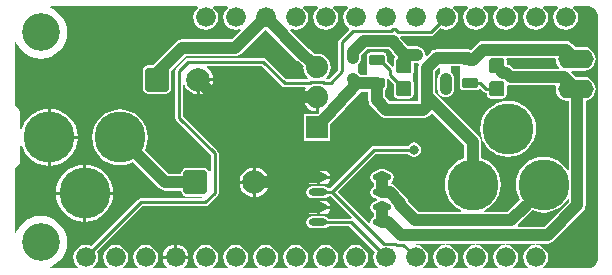
<source format=gtl>
G04 Layer_Physical_Order=1*
G04 Layer_Color=255*
%FSLAX44Y44*%
%MOMM*%
G71*
G01*
G75*
%ADD10R,1.2700X0.6350*%
%ADD11O,1.6000X0.6000*%
G04:AMPARAMS|DCode=12|XSize=1.27mm|YSize=1.27mm|CornerRadius=0.1588mm|HoleSize=0mm|Usage=FLASHONLY|Rotation=90.000|XOffset=0mm|YOffset=0mm|HoleType=Round|Shape=RoundedRectangle|*
%AMROUNDEDRECTD12*
21,1,1.2700,0.9525,0,0,90.0*
21,1,0.9525,1.2700,0,0,90.0*
1,1,0.3175,0.4763,0.4763*
1,1,0.3175,0.4763,-0.4763*
1,1,0.3175,-0.4763,-0.4763*
1,1,0.3175,-0.4763,0.4763*
%
%ADD12ROUNDEDRECTD12*%
G04:AMPARAMS|DCode=13|XSize=0.65mm|YSize=0.5mm|CornerRadius=0.05mm|HoleSize=0mm|Usage=FLASHONLY|Rotation=90.000|XOffset=0mm|YOffset=0mm|HoleType=Round|Shape=RoundedRectangle|*
%AMROUNDEDRECTD13*
21,1,0.6500,0.4000,0,0,90.0*
21,1,0.5500,0.5000,0,0,90.0*
1,1,0.1000,0.2000,0.2750*
1,1,0.1000,0.2000,-0.2750*
1,1,0.1000,-0.2000,-0.2750*
1,1,0.1000,-0.2000,0.2750*
%
%ADD13ROUNDEDRECTD13*%
G04:AMPARAMS|DCode=14|XSize=1.3mm|YSize=0.8mm|CornerRadius=0.1mm|HoleSize=0mm|Usage=FLASHONLY|Rotation=180.000|XOffset=0mm|YOffset=0mm|HoleType=Round|Shape=RoundedRectangle|*
%AMROUNDEDRECTD14*
21,1,1.3000,0.6000,0,0,180.0*
21,1,1.1000,0.8000,0,0,180.0*
1,1,0.2000,-0.5500,0.3000*
1,1,0.2000,0.5500,0.3000*
1,1,0.2000,0.5500,-0.3000*
1,1,0.2000,-0.5500,-0.3000*
%
%ADD14ROUNDEDRECTD14*%
%ADD15C,1.0000*%
%ADD16C,0.2500*%
%ADD17O,3.0000X1.6000*%
%ADD18C,1.6760*%
%ADD19C,1.6764*%
%ADD20C,3.2004*%
%ADD21C,4.3180*%
%ADD22C,2.0000*%
G04:AMPARAMS|DCode=23|XSize=2mm|YSize=2mm|CornerRadius=0.25mm|HoleSize=0mm|Usage=FLASHONLY|Rotation=0.000|XOffset=0mm|YOffset=0mm|HoleType=Round|Shape=RoundedRectangle|*
%AMROUNDEDRECTD23*
21,1,2.0000,1.5000,0,0,0.0*
21,1,1.5000,2.0000,0,0,0.0*
1,1,0.5000,0.7500,-0.7500*
1,1,0.5000,-0.7500,-0.7500*
1,1,0.5000,-0.7500,0.7500*
1,1,0.5000,0.7500,0.7500*
%
%ADD23ROUNDEDRECTD23*%
%ADD24R,1.8796X1.8796*%
%ADD25C,1.8796*%
%ADD26C,0.8000*%
G36*
X368012Y-91166D02*
X365590Y-91485D01*
X363064Y-92531D01*
X360896Y-94195D01*
X359231Y-96364D01*
X358185Y-98890D01*
X357828Y-101600D01*
X358185Y-104310D01*
X359231Y-106836D01*
X360896Y-109004D01*
X361796Y-109696D01*
X361365Y-110966D01*
X349835D01*
X349403Y-109696D01*
X350304Y-109004D01*
X351969Y-106836D01*
X353015Y-104310D01*
X353372Y-101600D01*
X353015Y-98890D01*
X351969Y-96364D01*
X350304Y-94195D01*
X348136Y-92531D01*
X345610Y-91485D01*
X343188Y-91166D01*
X343272Y-89896D01*
X367928D01*
X368012Y-91166D01*
D02*
G37*
G36*
X320413Y61858D02*
X320050Y60981D01*
X319810Y59154D01*
Y34915D01*
Y30396D01*
X295501D01*
X291508Y34388D01*
Y40293D01*
X292143Y40717D01*
X292806Y41709D01*
X293039Y42880D01*
Y48880D01*
X292986Y49147D01*
X294156Y49773D01*
X298920Y45009D01*
Y36512D01*
X299198Y35113D01*
X299991Y33926D01*
X301178Y33133D01*
X302577Y32855D01*
X312103D01*
X313502Y33133D01*
X314689Y33926D01*
X315482Y35113D01*
X315760Y36512D01*
Y46038D01*
X315482Y47437D01*
X314960Y48218D01*
Y53382D01*
X315482Y54163D01*
X315760Y55563D01*
Y62885D01*
X318484D01*
X319520Y63021D01*
X320413Y61858D01*
D02*
G37*
G36*
X354720Y50630D02*
X355056Y50293D01*
X354894Y50051D01*
X354661Y48880D01*
Y42880D01*
X354894Y41709D01*
X355557Y40717D01*
X356549Y40054D01*
X357720Y39821D01*
X368720D01*
X369891Y40054D01*
X370883Y40717D01*
X370935Y40795D01*
X372570Y40956D01*
X374594Y38932D01*
X375669Y38214D01*
X376937Y37961D01*
X377660D01*
Y36512D01*
X377938Y35113D01*
X378731Y33926D01*
X379918Y33133D01*
X381317Y32855D01*
X390843D01*
X392242Y33133D01*
X393429Y33926D01*
X394222Y35113D01*
X394500Y36512D01*
Y43740D01*
X395556Y44446D01*
X396197Y44180D01*
X398025Y43940D01*
X435092D01*
X436133Y42670D01*
X435914Y41000D01*
X436257Y38390D01*
X437265Y35957D01*
X438868Y33868D01*
X440957Y32265D01*
X443389Y31258D01*
X446000Y30914D01*
X447313D01*
Y-27623D01*
X446082Y-27932D01*
X445493Y-26831D01*
X442545Y-23239D01*
X438953Y-20291D01*
X434855Y-18100D01*
X430408Y-16752D01*
X425784Y-16296D01*
X421159Y-16752D01*
X416713Y-18100D01*
X412615Y-20291D01*
X409022Y-23239D01*
X406074Y-26831D01*
X403884Y-30929D01*
X402535Y-35376D01*
X402080Y-40000D01*
X402535Y-44625D01*
X403884Y-49071D01*
X405771Y-52602D01*
X405553Y-52769D01*
X395246Y-63076D01*
X376048D01*
X375677Y-62585D01*
X375950Y-61345D01*
X379009Y-59710D01*
X382601Y-56761D01*
X385549Y-53169D01*
X387740Y-49071D01*
X389089Y-44625D01*
X389544Y-40000D01*
X389089Y-35376D01*
X387740Y-30929D01*
X385549Y-26831D01*
X382601Y-23239D01*
X379009Y-20291D01*
X374911Y-18100D01*
X372900Y-17490D01*
Y-4055D01*
X372660Y-2228D01*
X371954Y-525D01*
X370832Y938D01*
X333930Y37839D01*
Y56230D01*
X337130Y59429D01*
X338400Y58903D01*
Y54790D01*
X337908Y54412D01*
X336786Y52950D01*
X336080Y51247D01*
X335840Y49420D01*
Y41000D01*
X336080Y39173D01*
X336786Y37470D01*
X337908Y36008D01*
X339370Y34886D01*
X341073Y34180D01*
X342900Y33940D01*
X344727Y34180D01*
X346430Y34886D01*
X347892Y36008D01*
X349015Y37470D01*
X349720Y39173D01*
X349960Y41000D01*
Y49420D01*
X349720Y51247D01*
X349015Y52950D01*
X347892Y54412D01*
X347400Y54790D01*
Y60360D01*
X354720D01*
Y50630D01*
D02*
G37*
G36*
X447313Y-52377D02*
Y-54702D01*
X426240Y-75776D01*
X404312D01*
X403786Y-74506D01*
X415538Y-62754D01*
X416344Y-61703D01*
X416713Y-61900D01*
X421159Y-63249D01*
X425784Y-63704D01*
X430408Y-63249D01*
X434855Y-61900D01*
X438953Y-59710D01*
X442545Y-56761D01*
X445493Y-53169D01*
X446082Y-52069D01*
X447313Y-52377D01*
D02*
G37*
G36*
X418812Y-91166D02*
X416390Y-91485D01*
X413864Y-92531D01*
X411696Y-94195D01*
X410031Y-96364D01*
X408985Y-98890D01*
X408628Y-101600D01*
X408985Y-104310D01*
X410031Y-106836D01*
X411696Y-109004D01*
X412597Y-109696D01*
X412165Y-110966D01*
X400635D01*
X400204Y-109696D01*
X401105Y-109004D01*
X402769Y-106836D01*
X403815Y-104310D01*
X404172Y-101600D01*
X403815Y-98890D01*
X402769Y-96364D01*
X401105Y-94195D01*
X398936Y-92531D01*
X396410Y-91485D01*
X393988Y-91166D01*
X394072Y-89896D01*
X418728D01*
X418812Y-91166D01*
D02*
G37*
G36*
X393412D02*
X390990Y-91485D01*
X388464Y-92531D01*
X386296Y-94195D01*
X384631Y-96364D01*
X383585Y-98890D01*
X383228Y-101600D01*
X383585Y-104310D01*
X384631Y-106836D01*
X386296Y-109004D01*
X387197Y-109696D01*
X386765Y-110966D01*
X375235D01*
X374804Y-109696D01*
X375704Y-109004D01*
X377369Y-106836D01*
X378415Y-104310D01*
X378772Y-101600D01*
X378415Y-98890D01*
X377369Y-96364D01*
X375704Y-94195D01*
X373536Y-92531D01*
X371010Y-91485D01*
X368588Y-91166D01*
X368672Y-89896D01*
X393328D01*
X393412Y-91166D01*
D02*
G37*
G36*
X204323Y43657D02*
X205398Y42939D01*
X206666Y42686D01*
X224017D01*
X224643Y41416D01*
X223572Y40020D01*
X222369Y37116D01*
X222126Y35270D01*
X234000D01*
Y34000D01*
X235270D01*
Y21740D01*
X235671Y20977D01*
X234786Y19998D01*
X222602D01*
Y-2798D01*
X245398D01*
Y10680D01*
X270835Y38820D01*
X277388D01*
Y31464D01*
X277628Y29637D01*
X278333Y27934D01*
X279456Y26472D01*
X287584Y18343D01*
X289046Y17221D01*
X290749Y16516D01*
X292576Y16276D01*
X323563D01*
X325390Y16516D01*
X327093Y17221D01*
X328555Y18343D01*
X331006Y20794D01*
X358779Y-6979D01*
Y-17490D01*
X356769Y-18100D01*
X352671Y-20291D01*
X349078Y-23239D01*
X346130Y-26831D01*
X343940Y-30929D01*
X342591Y-35376D01*
X342136Y-40000D01*
X342591Y-44625D01*
X343940Y-49071D01*
X346130Y-53169D01*
X349078Y-56761D01*
X352671Y-59710D01*
X355730Y-61345D01*
X356002Y-62585D01*
X355631Y-63076D01*
X320061D01*
X310889Y-53904D01*
X310820Y-53381D01*
X310115Y-51678D01*
X308993Y-50216D01*
X300435Y-41658D01*
X298972Y-40536D01*
X297270Y-39830D01*
X296399Y-39716D01*
X296306Y-38423D01*
X297605Y-37555D01*
X298710Y-35901D01*
X299098Y-33950D01*
X298710Y-31999D01*
X297605Y-30345D01*
X295951Y-29240D01*
X294000Y-28852D01*
X293855D01*
X292530Y-27836D01*
X290828Y-27130D01*
X289000Y-26890D01*
X287173Y-27130D01*
X285470Y-27836D01*
X284145Y-28852D01*
X284000D01*
X282049Y-29240D01*
X280395Y-30345D01*
X279290Y-31999D01*
X278902Y-33950D01*
X279290Y-35901D01*
X280395Y-37555D01*
X281940Y-38587D01*
Y-42013D01*
X280395Y-43045D01*
X279290Y-44699D01*
X278902Y-46650D01*
X279290Y-48601D01*
X280395Y-50255D01*
X282049Y-51360D01*
X284000Y-51748D01*
X284145D01*
X284752Y-52213D01*
Y-53233D01*
X284000Y-54252D01*
X282049Y-54640D01*
X280395Y-55745D01*
X279290Y-57399D01*
X278902Y-59350D01*
X279290Y-61301D01*
X280395Y-62955D01*
X281940Y-63987D01*
Y-67413D01*
X280395Y-68445D01*
X279290Y-70099D01*
X278902Y-72050D01*
X278909Y-72085D01*
X277739Y-72710D01*
X251102Y-46074D01*
X283438Y-13738D01*
X311196D01*
X311872Y-14750D01*
X313857Y-16076D01*
X316198Y-16542D01*
X318539Y-16076D01*
X320524Y-14750D01*
X321850Y-12766D01*
X322315Y-10424D01*
X321850Y-8083D01*
X320524Y-6099D01*
X318539Y-4773D01*
X316198Y-4307D01*
X313857Y-4773D01*
X311872Y-6099D01*
X311196Y-7111D01*
X282066D01*
X280798Y-7363D01*
X279723Y-8081D01*
X244975Y-42829D01*
X243400Y-42908D01*
X241951Y-41940D01*
X240000Y-41552D01*
X230000D01*
X228049Y-41940D01*
X226395Y-43045D01*
X225290Y-44699D01*
X224902Y-46650D01*
X225290Y-48601D01*
X226395Y-50255D01*
X228049Y-51360D01*
X230000Y-51748D01*
X240000D01*
X241951Y-51360D01*
X243605Y-50255D01*
X243799Y-49964D01*
X245620D01*
X263233Y-67578D01*
X262608Y-68748D01*
X262550Y-68737D01*
X243799D01*
X243605Y-68445D01*
X241951Y-67340D01*
X240000Y-66952D01*
X230000D01*
X228049Y-67340D01*
X226395Y-68445D01*
X225290Y-70099D01*
X224902Y-72050D01*
X225290Y-74001D01*
X226395Y-75655D01*
X228049Y-76760D01*
X230000Y-77148D01*
X240000D01*
X241951Y-76760D01*
X243605Y-75655D01*
X243799Y-75364D01*
X261178D01*
X282781Y-96968D01*
X281985Y-98890D01*
X281628Y-101600D01*
X281985Y-104310D01*
X283031Y-106836D01*
X284695Y-109004D01*
X285597Y-109696D01*
X285165Y-110966D01*
X273635D01*
X273204Y-109696D01*
X274104Y-109004D01*
X275769Y-106836D01*
X276815Y-104310D01*
X277172Y-101600D01*
X276815Y-98890D01*
X275769Y-96364D01*
X274104Y-94195D01*
X271936Y-92531D01*
X269410Y-91485D01*
X266700Y-91128D01*
X263990Y-91485D01*
X261464Y-92531D01*
X259296Y-94195D01*
X257631Y-96364D01*
X256585Y-98890D01*
X256228Y-101600D01*
X256585Y-104310D01*
X257631Y-106836D01*
X259296Y-109004D01*
X260196Y-109696D01*
X259765Y-110966D01*
X248235D01*
X247803Y-109696D01*
X248704Y-109004D01*
X250369Y-106836D01*
X251415Y-104310D01*
X251772Y-101600D01*
X251415Y-98890D01*
X250369Y-96364D01*
X248704Y-94195D01*
X246536Y-92531D01*
X244010Y-91485D01*
X241300Y-91128D01*
X238590Y-91485D01*
X236064Y-92531D01*
X233895Y-94195D01*
X232231Y-96364D01*
X231185Y-98890D01*
X230828Y-101600D01*
X231185Y-104310D01*
X232231Y-106836D01*
X233895Y-109004D01*
X234797Y-109696D01*
X234365Y-110966D01*
X222835D01*
X222404Y-109696D01*
X223305Y-109004D01*
X224969Y-106836D01*
X226015Y-104310D01*
X226372Y-101600D01*
X226015Y-98890D01*
X224969Y-96364D01*
X223305Y-94195D01*
X221136Y-92531D01*
X218610Y-91485D01*
X215900Y-91128D01*
X213190Y-91485D01*
X210664Y-92531D01*
X208496Y-94195D01*
X206831Y-96364D01*
X205785Y-98890D01*
X205428Y-101600D01*
X205785Y-104310D01*
X206831Y-106836D01*
X208496Y-109004D01*
X209396Y-109696D01*
X208965Y-110966D01*
X197435D01*
X197003Y-109696D01*
X197904Y-109004D01*
X199569Y-106836D01*
X200615Y-104310D01*
X200972Y-101600D01*
X200615Y-98890D01*
X199569Y-96364D01*
X197904Y-94195D01*
X195736Y-92531D01*
X193210Y-91485D01*
X190500Y-91128D01*
X187790Y-91485D01*
X185264Y-92531D01*
X183095Y-94195D01*
X181431Y-96364D01*
X180385Y-98890D01*
X180028Y-101600D01*
X180385Y-104310D01*
X181431Y-106836D01*
X183095Y-109004D01*
X183997Y-109696D01*
X183565Y-110966D01*
X172035D01*
X171604Y-109696D01*
X172505Y-109004D01*
X174169Y-106836D01*
X175215Y-104310D01*
X175572Y-101600D01*
X175215Y-98890D01*
X174169Y-96364D01*
X172505Y-94195D01*
X170336Y-92531D01*
X167810Y-91485D01*
X165100Y-91128D01*
X162390Y-91485D01*
X159864Y-92531D01*
X157696Y-94195D01*
X156031Y-96364D01*
X154985Y-98890D01*
X154628Y-101600D01*
X154985Y-104310D01*
X156031Y-106836D01*
X157696Y-109004D01*
X158596Y-109696D01*
X158165Y-110966D01*
X146635D01*
X146203Y-109696D01*
X147105Y-109004D01*
X148769Y-106836D01*
X149815Y-104310D01*
X150172Y-101600D01*
X149815Y-98890D01*
X148769Y-96364D01*
X147105Y-94195D01*
X144936Y-92531D01*
X142410Y-91485D01*
X139700Y-91128D01*
X136990Y-91485D01*
X134464Y-92531D01*
X132296Y-94195D01*
X130631Y-96364D01*
X129585Y-98890D01*
X129228Y-101600D01*
X129585Y-104310D01*
X130631Y-106836D01*
X132296Y-109004D01*
X133196Y-109696D01*
X132765Y-110966D01*
X122011D01*
X121603Y-109763D01*
X122090Y-109390D01*
X123840Y-107108D01*
X124941Y-104451D01*
X125149Y-102870D01*
X114300D01*
X103451D01*
X103659Y-104451D01*
X104760Y-107108D01*
X106510Y-109390D01*
X106997Y-109763D01*
X106589Y-110966D01*
X95835D01*
X95403Y-109696D01*
X96305Y-109004D01*
X97969Y-106836D01*
X99015Y-104310D01*
X99372Y-101600D01*
X99015Y-98890D01*
X97969Y-96364D01*
X96305Y-94195D01*
X94136Y-92531D01*
X91610Y-91485D01*
X88900Y-91128D01*
X86190Y-91485D01*
X83664Y-92531D01*
X81496Y-94195D01*
X79831Y-96364D01*
X78785Y-98890D01*
X78428Y-101600D01*
X78785Y-104310D01*
X79831Y-106836D01*
X81496Y-109004D01*
X82396Y-109696D01*
X81965Y-110966D01*
X70435D01*
X70003Y-109696D01*
X70904Y-109004D01*
X72569Y-106836D01*
X73615Y-104310D01*
X73972Y-101600D01*
X73615Y-98890D01*
X72569Y-96364D01*
X70904Y-94195D01*
X68736Y-92531D01*
X66210Y-91485D01*
X63500Y-91128D01*
X60790Y-91485D01*
X58264Y-92531D01*
X56095Y-94195D01*
X54431Y-96364D01*
X53385Y-98890D01*
X53028Y-101600D01*
X53385Y-104310D01*
X54431Y-106836D01*
X56095Y-109004D01*
X56996Y-109696D01*
X56565Y-110966D01*
X45035D01*
X44604Y-109696D01*
X45504Y-109004D01*
X47169Y-106836D01*
X48215Y-104310D01*
X48572Y-101600D01*
X48215Y-98890D01*
X47419Y-96968D01*
X86073Y-58314D01*
X139564D01*
X140832Y-58061D01*
X141907Y-57343D01*
X149643Y-49607D01*
X150361Y-48532D01*
X150613Y-47264D01*
Y-13506D01*
X150361Y-12238D01*
X149643Y-11163D01*
X120618Y17862D01*
Y44012D01*
X121888Y44265D01*
X122546Y42676D01*
X124556Y40057D01*
X127176Y38047D01*
X130226Y36783D01*
X132230Y36519D01*
Y49000D01*
X133500D01*
Y50270D01*
X145981D01*
X145717Y52274D01*
X144453Y55324D01*
X142444Y57944D01*
X140524Y59416D01*
X140955Y60686D01*
X187293D01*
X204323Y43657D01*
D02*
G37*
G36*
X158596Y109696D02*
X157696Y109004D01*
X156031Y106836D01*
X154985Y104310D01*
X154628Y101600D01*
X154985Y98890D01*
X156031Y96364D01*
X157696Y94195D01*
X159864Y92531D01*
X162390Y91485D01*
X165100Y91128D01*
X167810Y91485D01*
X169166Y92047D01*
X169885Y90970D01*
X161889Y82974D01*
X119914D01*
X118087Y82734D01*
X116384Y82029D01*
X114922Y80906D01*
X95103Y61088D01*
X91000D01*
X89244Y60739D01*
X87756Y59745D01*
X86761Y58256D01*
X86412Y56500D01*
Y41500D01*
X86761Y39744D01*
X87756Y38256D01*
X89244Y37261D01*
X91000Y36912D01*
X106000D01*
X107756Y37261D01*
X109244Y38256D01*
X110239Y39744D01*
X110588Y41500D01*
Y56500D01*
X110571Y56586D01*
X122838Y68854D01*
X164814D01*
X166641Y69094D01*
X168344Y69799D01*
X169806Y70922D01*
X190070Y91185D01*
X190500Y91128D01*
X190930Y91185D01*
X217450Y64665D01*
X217617Y64537D01*
X217755Y64377D01*
X222594Y60083D01*
X222504Y59400D01*
X222895Y56424D01*
X224044Y53652D01*
X225871Y51271D01*
X226650Y50673D01*
X226694Y50435D01*
X226135Y49314D01*
X208039D01*
X191009Y66343D01*
X189934Y67061D01*
X188666Y67314D01*
X124706D01*
X123438Y67061D01*
X122363Y66343D01*
X114961Y58941D01*
X114243Y57866D01*
X113991Y56598D01*
Y16490D01*
X114243Y15222D01*
X114961Y14147D01*
X143986Y-14878D01*
Y-28504D01*
X142739Y-28744D01*
X141744Y-27256D01*
X140256Y-26261D01*
X138500Y-25912D01*
X123500D01*
X121744Y-26261D01*
X120256Y-27256D01*
X119261Y-28744D01*
X118912Y-30500D01*
Y-30940D01*
X108085D01*
X88069Y-10924D01*
X89060Y-9071D01*
X90409Y-4624D01*
X90864Y0D01*
X90409Y4624D01*
X89060Y9071D01*
X86869Y13169D01*
X83921Y16761D01*
X80330Y19709D01*
X76231Y21900D01*
X71785Y23249D01*
X67160Y23704D01*
X62536Y23249D01*
X58089Y21900D01*
X53991Y19709D01*
X50399Y16761D01*
X47451Y13169D01*
X45260Y9071D01*
X43911Y4624D01*
X43456Y0D01*
X43911Y-4624D01*
X45260Y-9071D01*
X47451Y-13169D01*
X50399Y-16761D01*
X53991Y-19709D01*
X58089Y-21900D01*
X62536Y-23249D01*
X67160Y-23704D01*
X71785Y-23249D01*
X76231Y-21900D01*
X78085Y-20909D01*
X100168Y-42992D01*
X101630Y-44114D01*
X103333Y-44820D01*
X105160Y-45060D01*
X118912D01*
Y-45500D01*
X119261Y-47256D01*
X120256Y-48744D01*
X121744Y-49739D01*
X123500Y-50088D01*
X136830D01*
X137514Y-51358D01*
X137298Y-51686D01*
X84700D01*
X83432Y-51939D01*
X82357Y-52657D01*
X42732Y-92281D01*
X40810Y-91485D01*
X38100Y-91128D01*
X35390Y-91485D01*
X32864Y-92531D01*
X30696Y-94195D01*
X29031Y-96364D01*
X27985Y-98890D01*
X27628Y-101600D01*
X27985Y-104310D01*
X29031Y-106836D01*
X30696Y-109004D01*
X31597Y-109696D01*
X31165Y-110966D01*
X8523D01*
X8335Y-109696D01*
X8583Y-109621D01*
X12460Y-107548D01*
X15859Y-104759D01*
X18648Y-101360D01*
X20721Y-97483D01*
X21997Y-93275D01*
X22428Y-88900D01*
X21997Y-84524D01*
X20721Y-80317D01*
X18648Y-76440D01*
X15859Y-73041D01*
X12460Y-70252D01*
X8583Y-68179D01*
X4376Y-66903D01*
X0Y-66472D01*
X-4376Y-66903D01*
X-8583Y-68179D01*
X-12460Y-70252D01*
X-15859Y-73041D01*
X-18648Y-76440D01*
X-20721Y-80317D01*
X-20794Y-80558D01*
X-22064Y-80370D01*
Y-26684D01*
X-18042Y-22662D01*
X-18042Y-22662D01*
X-17320Y-21581D01*
X-17320Y-21581D01*
X-17320Y-21581D01*
X-17213Y-21046D01*
X-17066Y-20305D01*
X-17066Y-20305D01*
X-17066Y-20305D01*
Y-7454D01*
X-15796Y-7265D01*
X-15185Y-9279D01*
X-12944Y-13471D01*
X-9929Y-17145D01*
X-6255Y-20160D01*
X-2063Y-22401D01*
X2486Y-23781D01*
X5946Y-24122D01*
Y0D01*
Y24122D01*
X2486Y23781D01*
X-2063Y22401D01*
X-6255Y20160D01*
X-9929Y17145D01*
X-12944Y13471D01*
X-15185Y9279D01*
X-15796Y7265D01*
X-17066Y7454D01*
Y20700D01*
X-17320Y21976D01*
X-18042Y23057D01*
X-22066Y27081D01*
Y80377D01*
X-20796Y80565D01*
X-20721Y80317D01*
X-18648Y76440D01*
X-15859Y73041D01*
X-12460Y70252D01*
X-8583Y68179D01*
X-4376Y66903D01*
X0Y66472D01*
X4376Y66903D01*
X8583Y68179D01*
X12460Y70252D01*
X15859Y73041D01*
X18648Y76440D01*
X20721Y80317D01*
X21997Y84524D01*
X22428Y88900D01*
X21997Y93275D01*
X20721Y97483D01*
X18648Y101360D01*
X15859Y104759D01*
X12460Y107548D01*
X8583Y109621D01*
X8335Y109696D01*
X8523Y110966D01*
X132765D01*
X133196Y109696D01*
X132296Y109004D01*
X130631Y106836D01*
X129585Y104310D01*
X129228Y101600D01*
X129585Y98890D01*
X130631Y96364D01*
X132296Y94195D01*
X134464Y92531D01*
X136990Y91485D01*
X139700Y91128D01*
X142410Y91485D01*
X144936Y92531D01*
X147105Y94195D01*
X148769Y96364D01*
X149815Y98890D01*
X150172Y101600D01*
X149815Y104310D01*
X148769Y106836D01*
X147105Y109004D01*
X146203Y109696D01*
X146635Y110966D01*
X158165D01*
X158596Y109696D01*
D02*
G37*
G36*
X260196D02*
X259296Y109004D01*
X257631Y106836D01*
X256585Y104310D01*
X256228Y101600D01*
X256585Y98890D01*
X257631Y96364D01*
X259296Y94195D01*
X260945Y92929D01*
X261177Y91524D01*
X261114Y91302D01*
X253149Y83337D01*
X252431Y82262D01*
X252178Y80994D01*
Y57221D01*
X244272Y49314D01*
X241865D01*
X241306Y50435D01*
X241350Y50673D01*
X242129Y51271D01*
X243956Y53652D01*
X245105Y56424D01*
X245496Y59400D01*
X245105Y62375D01*
X243956Y65148D01*
X242129Y67529D01*
X239748Y69356D01*
X236975Y70505D01*
X234000Y70896D01*
X231982Y70631D01*
X227286Y74799D01*
X211115Y90970D01*
X211834Y92047D01*
X213190Y91485D01*
X215900Y91128D01*
X218610Y91485D01*
X221136Y92531D01*
X223305Y94195D01*
X224969Y96364D01*
X226015Y98890D01*
X226372Y101600D01*
X226015Y104310D01*
X224969Y106836D01*
X223305Y109004D01*
X222404Y109696D01*
X222835Y110966D01*
X234365D01*
X234797Y109696D01*
X233895Y109004D01*
X232231Y106836D01*
X231185Y104310D01*
X230828Y101600D01*
X231185Y98890D01*
X232231Y96364D01*
X233895Y94195D01*
X236064Y92531D01*
X238590Y91485D01*
X241300Y91128D01*
X244010Y91485D01*
X246536Y92531D01*
X248704Y94195D01*
X250369Y96364D01*
X251415Y98890D01*
X251772Y101600D01*
X251415Y104310D01*
X250369Y106836D01*
X248704Y109004D01*
X247803Y109696D01*
X248235Y110966D01*
X259765D01*
X260196Y109696D01*
D02*
G37*
G36*
X464026Y110960D02*
X464026Y110960D01*
Y110960D01*
X465235Y110816D01*
X466033Y110711D01*
X467847Y109960D01*
X469405Y108764D01*
X470601Y107206D01*
X471352Y105392D01*
X471593Y103561D01*
X471593Y103561D01*
X471593D01*
X471606Y103549D01*
X471670Y-102307D01*
X471593Y-103561D01*
X471593D01*
X471593Y-103561D01*
X471352Y-105392D01*
X470601Y-107206D01*
X469405Y-108764D01*
X467847Y-109960D01*
X466033Y-110711D01*
X465240Y-110816D01*
X464352Y-110921D01*
X464026Y-110960D01*
X464026Y-110960D01*
X462762Y-110966D01*
X426035D01*
X425603Y-109696D01*
X426505Y-109004D01*
X428169Y-106836D01*
X429215Y-104310D01*
X429572Y-101600D01*
X429215Y-98890D01*
X428169Y-96364D01*
X426505Y-94195D01*
X424336Y-92531D01*
X421810Y-91485D01*
X419388Y-91166D01*
X419472Y-89896D01*
X429164D01*
X430991Y-89656D01*
X432694Y-88951D01*
X434156Y-87829D01*
X459366Y-62619D01*
X460488Y-61156D01*
X461194Y-59454D01*
X461434Y-57626D01*
Y31103D01*
X462610Y31258D01*
X465043Y32265D01*
X467132Y33868D01*
X468735Y35957D01*
X469742Y38390D01*
X470086Y41000D01*
X469742Y43611D01*
X468735Y46043D01*
X467132Y48132D01*
X465043Y49735D01*
X462610Y50743D01*
X460000Y51086D01*
X452898D01*
X448941Y55044D01*
X449467Y56314D01*
X460000D01*
X462610Y56658D01*
X465043Y57665D01*
X467132Y59268D01*
X468735Y61357D01*
X469742Y63790D01*
X470086Y66400D01*
X469742Y69011D01*
X468735Y71443D01*
X467132Y73532D01*
X465043Y75135D01*
X462610Y76143D01*
X460000Y76486D01*
X452898D01*
X450003Y79382D01*
X448540Y80505D01*
X446837Y81210D01*
X445010Y81450D01*
X374390D01*
X372563Y81210D01*
X370860Y80505D01*
X369398Y79382D01*
X364036Y74021D01*
X363507Y74240D01*
X361680Y74481D01*
X343749D01*
X342900Y74592D01*
X335248D01*
X333421Y74352D01*
X331718Y73646D01*
X330256Y72524D01*
X326696Y68965D01*
X325494Y69559D01*
X325544Y69945D01*
X325304Y71772D01*
X324599Y73475D01*
X323476Y74937D01*
X322014Y76059D01*
X320311Y76765D01*
X318484Y77005D01*
X310699D01*
X304572Y84539D01*
X305118Y85686D01*
X330300D01*
X331568Y85939D01*
X332643Y86657D01*
X338268Y92281D01*
X340190Y91485D01*
X342900Y91128D01*
X345610Y91485D01*
X348136Y92531D01*
X350304Y94195D01*
X351969Y96364D01*
X353015Y98890D01*
X353372Y101600D01*
X353015Y104310D01*
X351969Y106836D01*
X350304Y109004D01*
X349403Y109696D01*
X349835Y110966D01*
X361365D01*
X361796Y109696D01*
X360896Y109004D01*
X359231Y106836D01*
X358185Y104310D01*
X357828Y101600D01*
X358185Y98890D01*
X359231Y96364D01*
X360896Y94195D01*
X363064Y92531D01*
X365590Y91485D01*
X368300Y91128D01*
X371010Y91485D01*
X373536Y92531D01*
X375704Y94195D01*
X377369Y96364D01*
X378415Y98890D01*
X378772Y101600D01*
X378415Y104310D01*
X377369Y106836D01*
X375704Y109004D01*
X374804Y109696D01*
X375235Y110966D01*
X386765D01*
X387197Y109696D01*
X386296Y109004D01*
X384631Y106836D01*
X383585Y104310D01*
X383228Y101600D01*
X383585Y98890D01*
X384631Y96364D01*
X386296Y94195D01*
X388464Y92531D01*
X390990Y91485D01*
X393700Y91128D01*
X396410Y91485D01*
X398936Y92531D01*
X401105Y94195D01*
X402769Y96364D01*
X403815Y98890D01*
X404172Y101600D01*
X403815Y104310D01*
X402769Y106836D01*
X401105Y109004D01*
X400204Y109696D01*
X400635Y110966D01*
X412165D01*
X412597Y109696D01*
X411696Y109004D01*
X410031Y106836D01*
X408985Y104310D01*
X408628Y101600D01*
X408985Y98890D01*
X410031Y96364D01*
X411696Y94195D01*
X413864Y92531D01*
X416390Y91485D01*
X419100Y91128D01*
X421810Y91485D01*
X424336Y92531D01*
X426505Y94195D01*
X428169Y96364D01*
X429215Y98890D01*
X429572Y101600D01*
X429215Y104310D01*
X428169Y106836D01*
X426505Y109004D01*
X425603Y109696D01*
X426035Y110966D01*
X437569D01*
X438000Y109696D01*
X437097Y109003D01*
X435433Y106835D01*
X434387Y104310D01*
X434030Y101600D01*
X434387Y98890D01*
X435433Y96365D01*
X437097Y94197D01*
X439265Y92533D01*
X441790Y91487D01*
X444500Y91131D01*
X447210Y91487D01*
X449735Y92533D01*
X451903Y94197D01*
X453567Y96365D01*
X454613Y98890D01*
X454969Y101600D01*
X454613Y104310D01*
X453567Y106835D01*
X451903Y109003D01*
X451000Y109696D01*
X451431Y110966D01*
X462762D01*
X464026Y110960D01*
D02*
G37*
G36*
X342612Y-91166D02*
X340190Y-91485D01*
X337664Y-92531D01*
X335495Y-94195D01*
X333831Y-96364D01*
X332785Y-98890D01*
X332428Y-101600D01*
X332785Y-104310D01*
X333831Y-106836D01*
X335495Y-109004D01*
X336396Y-109696D01*
X335965Y-110966D01*
X324435D01*
X324003Y-109696D01*
X324905Y-109004D01*
X326569Y-106836D01*
X327615Y-104310D01*
X327972Y-101600D01*
X327615Y-98890D01*
X326569Y-96364D01*
X324905Y-94195D01*
X322736Y-92531D01*
X320210Y-91485D01*
X317788Y-91166D01*
X317872Y-89896D01*
X342528D01*
X342612Y-91166D01*
D02*
G37*
G36*
X435914Y66400D02*
X436257Y63790D01*
X437265Y61357D01*
X438820Y59330D01*
X438749Y58892D01*
X438466Y58060D01*
X400949D01*
X399392Y59618D01*
X397930Y60739D01*
X396227Y61445D01*
X394751Y61639D01*
X394500Y61890D01*
Y65087D01*
X394307Y66060D01*
X395070Y67330D01*
X435098D01*
X435914Y66400D01*
D02*
G37*
G36*
X300006Y67773D02*
X299991Y67674D01*
X299198Y66487D01*
X298920Y65087D01*
Y60430D01*
X297650Y59904D01*
X293039Y64515D01*
Y68880D01*
X292806Y70051D01*
X292143Y71043D01*
X291150Y71706D01*
X289980Y71939D01*
X278980D01*
X277810Y71706D01*
X276817Y71043D01*
X276154Y70051D01*
X275921Y68880D01*
Y62880D01*
X276154Y61709D01*
X276316Y61466D01*
X275980Y61130D01*
Y52940D01*
X270624D01*
X269152Y54412D01*
X268660Y54790D01*
Y62050D01*
X269152Y62428D01*
X270275Y63890D01*
X270980Y65593D01*
X271220Y67420D01*
Y69180D01*
X276483Y74442D01*
X294583D01*
X300006Y67773D01*
D02*
G37*
%LPC*%
G36*
X245396Y-60620D02*
X236270D01*
Y-64999D01*
X240000D01*
X242161Y-64569D01*
X243994Y-63344D01*
X245218Y-61512D01*
X245396Y-60620D01*
D02*
G37*
G36*
X233730Y-53702D02*
X230000D01*
X227838Y-54132D01*
X226006Y-55356D01*
X224781Y-57189D01*
X224604Y-58080D01*
X233730D01*
Y-53702D01*
D02*
G37*
G36*
X179730Y-39270D02*
X168519D01*
X168783Y-41273D01*
X170046Y-44324D01*
X172056Y-46944D01*
X174676Y-48954D01*
X177726Y-50217D01*
X179730Y-50481D01*
Y-39270D01*
D02*
G37*
G36*
X240000Y-53702D02*
X236270D01*
Y-58080D01*
X245396D01*
X245218Y-57189D01*
X243994Y-55356D01*
X242161Y-54132D01*
X240000Y-53702D01*
D02*
G37*
G36*
X115570Y-90751D02*
Y-100330D01*
X125149D01*
X124941Y-98749D01*
X123840Y-96092D01*
X122090Y-93810D01*
X119808Y-92060D01*
X117151Y-90959D01*
X115570Y-90751D01*
D02*
G37*
G36*
X113030D02*
X111449Y-90959D01*
X108792Y-92060D01*
X106510Y-93810D01*
X104760Y-96092D01*
X103659Y-98749D01*
X103451Y-100330D01*
X113030D01*
Y-90751D01*
D02*
G37*
G36*
X35918Y-48514D02*
X13066D01*
X13407Y-51974D01*
X14787Y-56523D01*
X17028Y-60715D01*
X20043Y-64389D01*
X23717Y-67404D01*
X27909Y-69645D01*
X32458Y-71025D01*
X35918Y-71366D01*
Y-48514D01*
D02*
G37*
G36*
X233730Y-60620D02*
X224604D01*
X224781Y-61512D01*
X226006Y-63344D01*
X227838Y-64569D01*
X230000Y-64999D01*
X233730D01*
Y-60620D01*
D02*
G37*
G36*
X61310Y-48514D02*
X38458D01*
Y-71366D01*
X41919Y-71025D01*
X46467Y-69645D01*
X50659Y-67404D01*
X54333Y-64389D01*
X57349Y-60715D01*
X59589Y-56523D01*
X60969Y-51974D01*
X61310Y-48514D01*
D02*
G37*
G36*
X31338Y-1270D02*
X8486D01*
Y-24122D01*
X11947Y-23781D01*
X16495Y-22401D01*
X20687Y-20160D01*
X24361Y-17145D01*
X27377Y-13471D01*
X29617Y-9279D01*
X30997Y-4730D01*
X31338Y-1270D01*
D02*
G37*
G36*
X240000Y-28302D02*
X236270D01*
Y-32680D01*
X245396D01*
X245218Y-31789D01*
X243994Y-29956D01*
X242161Y-28732D01*
X240000Y-28302D01*
D02*
G37*
G36*
X233730D02*
X230000D01*
X227838Y-28732D01*
X226006Y-29956D01*
X224781Y-31789D01*
X224604Y-32680D01*
X233730D01*
Y-28302D01*
D02*
G37*
G36*
X395812Y30948D02*
X391187Y30492D01*
X386741Y29144D01*
X382643Y26953D01*
X379050Y24005D01*
X376102Y20413D01*
X373912Y16315D01*
X372563Y11868D01*
X372108Y7244D01*
X372563Y2619D01*
X373912Y-1827D01*
X376102Y-5925D01*
X379050Y-9517D01*
X382643Y-12465D01*
X386741Y-14656D01*
X391187Y-16005D01*
X395812Y-16460D01*
X400436Y-16005D01*
X404883Y-14656D01*
X408981Y-12465D01*
X412573Y-9517D01*
X415521Y-5925D01*
X417712Y-1827D01*
X419061Y2619D01*
X419516Y7244D01*
X419061Y11868D01*
X417712Y16315D01*
X415521Y20413D01*
X412573Y24005D01*
X408981Y26953D01*
X404883Y29144D01*
X400436Y30492D01*
X395812Y30948D01*
D02*
G37*
G36*
X145981Y47730D02*
X134770D01*
Y36519D01*
X136774Y36783D01*
X139824Y38047D01*
X142444Y40057D01*
X144453Y42676D01*
X145717Y45727D01*
X145981Y47730D01*
D02*
G37*
G36*
X232730Y32730D02*
X222126D01*
X222369Y30884D01*
X223572Y27979D01*
X225486Y25486D01*
X227980Y23572D01*
X230884Y22369D01*
X232730Y22126D01*
Y32730D01*
D02*
G37*
G36*
X8486Y24122D02*
Y1270D01*
X31338D01*
X30997Y4730D01*
X29617Y9279D01*
X27377Y13471D01*
X24361Y17145D01*
X20687Y20160D01*
X16495Y22401D01*
X11947Y23781D01*
X8486Y24122D01*
D02*
G37*
G36*
X38458Y-23122D02*
Y-45974D01*
X61310D01*
X60969Y-42514D01*
X59589Y-37965D01*
X57349Y-33773D01*
X54333Y-30099D01*
X50659Y-27084D01*
X46467Y-24843D01*
X41919Y-23463D01*
X38458Y-23122D01*
D02*
G37*
G36*
X35918D02*
X32458Y-23463D01*
X27909Y-24843D01*
X23717Y-27084D01*
X20043Y-30099D01*
X17028Y-33773D01*
X14787Y-37965D01*
X13407Y-42514D01*
X13066Y-45974D01*
X35918D01*
Y-23122D01*
D02*
G37*
G36*
X193481Y-39270D02*
X182270D01*
Y-50481D01*
X184273Y-50217D01*
X187324Y-48954D01*
X189944Y-46944D01*
X191954Y-44324D01*
X193217Y-41273D01*
X193481Y-39270D01*
D02*
G37*
G36*
X233730Y-35220D02*
X224604D01*
X224781Y-36112D01*
X226006Y-37944D01*
X227838Y-39169D01*
X230000Y-39599D01*
X233730D01*
Y-35220D01*
D02*
G37*
G36*
X182270Y-25519D02*
Y-36730D01*
X193481D01*
X193217Y-34726D01*
X191954Y-31676D01*
X189944Y-29056D01*
X187324Y-27046D01*
X184273Y-25783D01*
X182270Y-25519D01*
D02*
G37*
G36*
X179730D02*
X177726Y-25783D01*
X174676Y-27046D01*
X172056Y-29056D01*
X170046Y-31676D01*
X168783Y-34726D01*
X168519Y-36730D01*
X179730D01*
Y-25519D01*
D02*
G37*
G36*
X245396Y-35220D02*
X236270D01*
Y-39599D01*
X240000D01*
X242161Y-39169D01*
X243994Y-37944D01*
X245218Y-36112D01*
X245396Y-35220D01*
D02*
G37*
%LPD*%
D10*
X321000Y-80572D02*
D03*
Y-71500D02*
D03*
D11*
X235000Y-33950D02*
D03*
Y-46650D02*
D03*
Y-59350D02*
D03*
Y-72050D02*
D03*
X289000Y-33950D02*
D03*
Y-46650D02*
D03*
Y-59350D02*
D03*
Y-72050D02*
D03*
D12*
X307340Y41275D02*
D03*
Y60325D02*
D03*
X386080Y41275D02*
D03*
Y60325D02*
D03*
D13*
X264160Y49420D02*
D03*
Y67420D02*
D03*
X342900D02*
D03*
Y49420D02*
D03*
D14*
X284480Y65880D02*
D03*
Y45880D02*
D03*
X363220D02*
D03*
Y65880D02*
D03*
D15*
X398025Y51000D02*
X443000D01*
X394399Y54625D02*
X398025Y51000D01*
X391780Y54625D02*
X394399D01*
X386080Y60325D02*
X391780Y54625D01*
X443000Y51000D02*
X453000Y41000D01*
X216000Y27912D02*
X222088Y34000D01*
X216000Y-23532D02*
Y27912D01*
Y-23532D02*
X226418Y-33950D01*
X326870Y34915D02*
X365840Y-4055D01*
Y-41000D02*
Y-4055D01*
X398171Y-70136D02*
X410545Y-57762D01*
X317136Y-70136D02*
X398171D01*
X429164Y-82836D02*
X454374Y-57626D01*
Y39626D01*
X453000Y41000D02*
X454374Y39626D01*
X304836Y-82836D02*
X429164D01*
X361680Y67420D02*
X363220Y65880D01*
X342900Y67420D02*
X361680D01*
X374390Y74390D02*
X445010D01*
X365880Y65880D02*
X374390Y74390D01*
X363220Y65880D02*
X365880D01*
X289000Y-46650D02*
X295442D01*
X304000Y-55208D01*
Y-57000D02*
X317136Y-70136D01*
X304000Y-57000D02*
Y-55208D01*
X294050Y-72050D02*
X304836Y-82836D01*
X289000Y-72050D02*
X294050D01*
X119914Y75914D02*
X164814D01*
X98500Y54500D02*
X119914Y75914D01*
X98500Y49000D02*
Y54500D01*
X335248Y67532D02*
X342900D01*
X326870Y34915D02*
Y59154D01*
Y26644D02*
Y34915D01*
X284448Y45880D02*
X284480D01*
X267700D02*
X284448D01*
Y31464D02*
Y45880D01*
X307340Y69945D02*
X318484D01*
X148500Y34000D02*
X222088D01*
X223234Y-33950D02*
X226418D01*
X210012D02*
X223234D01*
X67160Y0D02*
X105160Y-38000D01*
X131000D01*
X445010Y74390D02*
X453000Y66400D01*
X264160Y49420D02*
X267700Y45880D01*
X234000Y8600D02*
X267700Y45880D01*
X342900Y41000D02*
Y49420D01*
X307340Y60325D02*
Y69945D01*
X297942Y81502D02*
X307340Y69945D01*
X273558Y81502D02*
X297942D01*
X264160Y72104D02*
X273558Y81502D01*
X264160Y67420D02*
Y72104D01*
X164814Y75914D02*
X190500Y101600D01*
X222442Y69658D01*
X234000Y59400D01*
X133500Y49000D02*
X148500Y34000D01*
X342900Y67420D02*
Y67532D01*
X326870Y59154D02*
X335248Y67532D01*
X323563Y23336D02*
X326870Y26644D01*
X292576Y23336D02*
X323563D01*
X284448Y31464D02*
X292576Y23336D01*
X222088Y34000D02*
X234000D01*
X226418Y-33950D02*
X235000D01*
X226164Y-59350D02*
X235000D01*
X216630Y-49816D02*
X226164Y-59350D01*
X216630Y-49816D02*
Y-40554D01*
X223234Y-33950D01*
X289000Y-72050D02*
Y-59350D01*
Y-46650D02*
Y-33950D01*
X205962Y-38000D02*
X210012Y-33950D01*
X181000Y-38000D02*
X205962D01*
D16*
X239887Y46000D02*
X245644D01*
X239239Y46648D02*
X239887Y46000D01*
X228761Y46648D02*
X239239D01*
X228113Y46000D02*
X228761Y46648D01*
X206666Y46000D02*
X228113D01*
X245644D02*
X255492Y55848D01*
X188666Y64000D02*
X206666Y46000D01*
X255492Y80994D02*
X264250Y89752D01*
X296702D02*
X298736Y91786D01*
X264250Y89752D02*
X296702D01*
X298736Y91786D02*
X300013D01*
X302799Y89000D02*
X330300D01*
X300013Y91786D02*
X302799Y89000D01*
X330300D02*
X342900Y101600D01*
X246416Y-46074D02*
X282066Y-10424D01*
X316198D01*
X300301Y-89968D02*
X301419Y-91086D01*
X290310Y-89968D02*
X300301D01*
X246416Y-46074D02*
X290310Y-89968D01*
X306986Y-91086D02*
X317500Y-101600D01*
X301419Y-91086D02*
X306986D01*
X117304Y16490D02*
X147300Y-13506D01*
Y-47264D02*
Y-13506D01*
X139564Y-55000D02*
X147300Y-47264D01*
X84700Y-55000D02*
X139564D01*
X38100Y-101600D02*
X84700Y-55000D01*
X124706Y64000D02*
X188666D01*
X117304Y56598D02*
X124706Y64000D01*
X117304Y16490D02*
Y56598D01*
X245840Y-46650D02*
X246416Y-46074D01*
X235000Y-46650D02*
X246416Y-46074D01*
X235000Y-46650D02*
X245840D01*
X255492Y55848D02*
Y80994D01*
X284480Y65880D02*
X286988D01*
X296132Y56736D01*
Y52483D02*
Y56736D01*
Y52483D02*
X307340Y41275D01*
X235000Y-72050D02*
X262550D01*
X292100Y-101600D01*
X376937Y41275D02*
X386080D01*
X372332Y45880D02*
X376937Y41275D01*
X363220Y45880D02*
X372332D01*
D17*
X453000Y41000D02*
D03*
Y66400D02*
D03*
D18*
X444500Y101600D02*
D03*
D19*
X139700D02*
D03*
X165100D02*
D03*
X190500D02*
D03*
X215900D02*
D03*
X241300D02*
D03*
X266700D02*
D03*
X292100D02*
D03*
X317500D02*
D03*
X342900D02*
D03*
X368300D02*
D03*
X393700D02*
D03*
X419100D02*
D03*
Y-101600D02*
D03*
X393700D02*
D03*
X368300D02*
D03*
X342900D02*
D03*
X317500D02*
D03*
X292100D02*
D03*
X266700D02*
D03*
X241300D02*
D03*
X215900D02*
D03*
X190500D02*
D03*
X165100D02*
D03*
X139700D02*
D03*
X114300D02*
D03*
X88900D02*
D03*
X63500D02*
D03*
X38100D02*
D03*
D20*
X0Y-88900D02*
D03*
Y88900D02*
D03*
D21*
X365840Y-40000D02*
D03*
X425784D02*
D03*
X395812Y7244D02*
D03*
X67160Y0D02*
D03*
X7216D02*
D03*
X37188Y-47244D02*
D03*
D22*
X133500Y49000D02*
D03*
X181000Y-38000D02*
D03*
D23*
X98500Y49000D02*
D03*
X131000Y-38000D02*
D03*
D24*
X234000Y8600D02*
D03*
D25*
Y34000D02*
D03*
Y59400D02*
D03*
D26*
X316198Y-10424D02*
D03*
X342900Y41000D02*
D03*
X318484Y69945D02*
D03*
M02*

</source>
